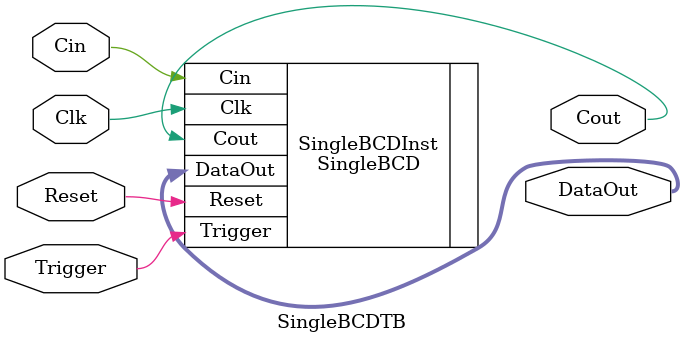
<source format=v>
`timescale 1ns / 1ps


module SingleBCDTB (
    input  wire       Trigger,
    input  wire       Clk,
    input  wire       Reset,
    input  wire       Cin,
    output wire [3:0] DataOut,
    output wire       Cout
);
  SingleBCD SingleBCDInst (
      .Trigger(Trigger),
      .Clk(Clk),
      .Reset(Reset),
      .Cin(Cin),
      .DataOut(DataOut),
      .Cout(Cout)
  );

  // cocotb dump waveforms
`ifdef COCOTB_SIM
  initial begin
    $dumpfile("waveform.vcd");  // Name of the dump file
    $dumpvars(0, SingleBCDTB);  // Dump all variables for the top module
  end
`endif
endmodule

</source>
